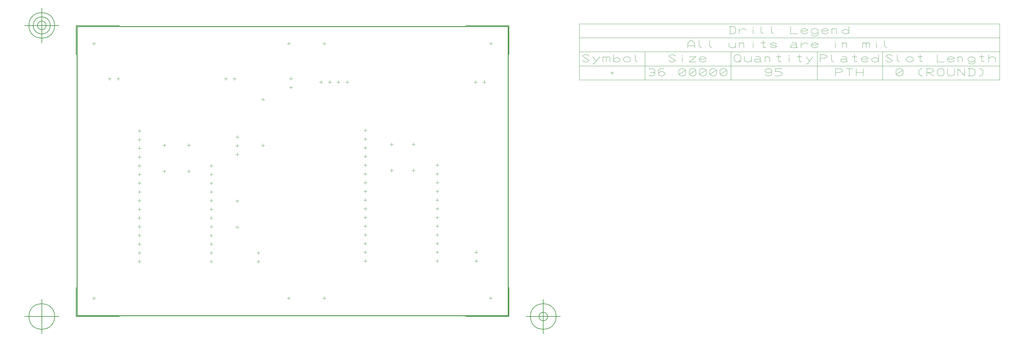
<source format=gbr>
G04 Generated by Ultiboard 13.0 *
%FSLAX25Y25*%
%MOIN*%

%ADD10C,0.00001*%
%ADD11C,0.00039*%
%ADD12C,0.00394*%
%ADD13C,0.01000*%
%ADD14C,0.00500*%


G04 ColorRGB 000000 for the following layer *
%LNDrill Symbols-Copper Top-Copper Bottom*%
%LPD*%
G54D11*
X239600Y62700D02*
X243200Y62700D01*
X241400Y60900D02*
X241400Y64500D01*
X280400Y62900D02*
X284000Y62900D01*
X282200Y61100D02*
X282200Y64700D01*
X16000Y62800D02*
X19600Y62800D01*
X17800Y61000D02*
X17800Y64600D01*
X471400Y62900D02*
X475000Y62900D01*
X473200Y61100D02*
X473200Y64700D01*
X16100Y355200D02*
X19700Y355200D01*
X17900Y353400D02*
X17900Y357000D01*
X239600Y355200D02*
X243200Y355200D01*
X241400Y353400D02*
X241400Y357000D01*
X280400Y355200D02*
X284000Y355200D01*
X282200Y353400D02*
X282200Y357000D01*
X471500Y355200D02*
X475100Y355200D01*
X473300Y353400D02*
X473300Y357000D01*
X150650Y214900D02*
X154250Y214900D01*
X152450Y213100D02*
X152450Y216700D01*
X69950Y103100D02*
X69950Y106700D01*
X68150Y104900D02*
X71750Y104900D01*
X150650Y104900D02*
X154250Y104900D01*
X152450Y103100D02*
X152450Y106700D01*
X68150Y114900D02*
X71750Y114900D01*
X69950Y113100D02*
X69950Y116700D01*
X150650Y114900D02*
X154250Y114900D01*
X152450Y113100D02*
X152450Y116700D01*
X69950Y123100D02*
X69950Y126700D01*
X68150Y124900D02*
X71750Y124900D01*
X150650Y124900D02*
X154250Y124900D01*
X152450Y123100D02*
X152450Y126700D01*
X68150Y134900D02*
X71750Y134900D01*
X69950Y133100D02*
X69950Y136700D01*
X150650Y134900D02*
X154250Y134900D01*
X152450Y133100D02*
X152450Y136700D01*
X68150Y144900D02*
X71750Y144900D01*
X69950Y143100D02*
X69950Y146700D01*
X150650Y144900D02*
X154250Y144900D01*
X152450Y143100D02*
X152450Y146700D01*
X68150Y154900D02*
X71750Y154900D01*
X69950Y153100D02*
X69950Y156700D01*
X152450Y153100D02*
X152450Y156700D01*
X150650Y154900D02*
X154250Y154900D01*
X69950Y163100D02*
X69950Y166700D01*
X68150Y164900D02*
X71750Y164900D01*
X152450Y163100D02*
X152450Y166700D01*
X150650Y164900D02*
X154250Y164900D01*
X69950Y173100D02*
X69950Y176700D01*
X68150Y174900D02*
X71750Y174900D01*
X152450Y173100D02*
X152450Y176700D01*
X150650Y174900D02*
X154250Y174900D01*
X69950Y183100D02*
X69950Y186700D01*
X68150Y184900D02*
X71750Y184900D01*
X150650Y184900D02*
X154250Y184900D01*
X152450Y183100D02*
X152450Y186700D01*
X69950Y193100D02*
X69950Y196700D01*
X68150Y194900D02*
X71750Y194900D01*
X152450Y193100D02*
X152450Y196700D01*
X150650Y194900D02*
X154250Y194900D01*
X68150Y204900D02*
X71750Y204900D01*
X69950Y203100D02*
X69950Y206700D01*
X152450Y203100D02*
X152450Y206700D01*
X150650Y204900D02*
X154250Y204900D01*
X69950Y213100D02*
X69950Y216700D01*
X68150Y214900D02*
X71750Y214900D01*
X68150Y224900D02*
X71750Y224900D01*
X69950Y223100D02*
X69950Y226700D01*
X68150Y234900D02*
X71750Y234900D01*
X69950Y233100D02*
X69950Y236700D01*
X68150Y244900D02*
X71750Y244900D01*
X69950Y243100D02*
X69950Y246700D01*
X68150Y254900D02*
X71750Y254900D01*
X69950Y253100D02*
X69950Y256700D01*
X96900Y238500D02*
X100500Y238500D01*
X98700Y236700D02*
X98700Y240300D01*
X96900Y208500D02*
X100500Y208500D01*
X98700Y206700D02*
X98700Y210300D01*
X125000Y238600D02*
X128600Y238600D01*
X126800Y236800D02*
X126800Y240400D01*
X125000Y208600D02*
X128600Y208600D01*
X126800Y206800D02*
X126800Y210400D01*
X327450Y105600D02*
X331050Y105600D01*
X329250Y103800D02*
X329250Y107400D01*
X409950Y105600D02*
X413550Y105600D01*
X411750Y103800D02*
X411750Y107400D01*
X327450Y115600D02*
X331050Y115600D01*
X329250Y113800D02*
X329250Y117400D01*
X409950Y115600D02*
X413550Y115600D01*
X411750Y113800D02*
X411750Y117400D01*
X329250Y123800D02*
X329250Y127400D01*
X327450Y125600D02*
X331050Y125600D01*
X409950Y125600D02*
X413550Y125600D01*
X411750Y123800D02*
X411750Y127400D01*
X329250Y133800D02*
X329250Y137400D01*
X327450Y135600D02*
X331050Y135600D01*
X411750Y133800D02*
X411750Y137400D01*
X409950Y135600D02*
X413550Y135600D01*
X329250Y143800D02*
X329250Y147400D01*
X327450Y145600D02*
X331050Y145600D01*
X411750Y143800D02*
X411750Y147400D01*
X409950Y145600D02*
X413550Y145600D01*
X329250Y153800D02*
X329250Y157400D01*
X327450Y155600D02*
X331050Y155600D01*
X411750Y153800D02*
X411750Y157400D01*
X409950Y155600D02*
X413550Y155600D01*
X327450Y165600D02*
X331050Y165600D01*
X329250Y163800D02*
X329250Y167400D01*
X409950Y165600D02*
X413550Y165600D01*
X411750Y163800D02*
X411750Y167400D01*
X329250Y173800D02*
X329250Y177400D01*
X327450Y175600D02*
X331050Y175600D01*
X409950Y175600D02*
X413550Y175600D01*
X411750Y173800D02*
X411750Y177400D01*
X329250Y183800D02*
X329250Y187400D01*
X327450Y185600D02*
X331050Y185600D01*
X411750Y183800D02*
X411750Y187400D01*
X409950Y185600D02*
X413550Y185600D01*
X329250Y193800D02*
X329250Y197400D01*
X327450Y195600D02*
X331050Y195600D01*
X409950Y195600D02*
X413550Y195600D01*
X411750Y193800D02*
X411750Y197400D01*
X329250Y203800D02*
X329250Y207400D01*
X327450Y205600D02*
X331050Y205600D01*
X411750Y203800D02*
X411750Y207400D01*
X409950Y205600D02*
X413550Y205600D01*
X327450Y215600D02*
X331050Y215600D01*
X329250Y213800D02*
X329250Y217400D01*
X409950Y215600D02*
X413550Y215600D01*
X411750Y213800D02*
X411750Y217400D01*
X329250Y223800D02*
X329250Y227400D01*
X327450Y225600D02*
X331050Y225600D01*
X329250Y233800D02*
X329250Y237400D01*
X327450Y235600D02*
X331050Y235600D01*
X327450Y245600D02*
X331050Y245600D01*
X329250Y243800D02*
X329250Y247400D01*
X327450Y255600D02*
X331050Y255600D01*
X329250Y253800D02*
X329250Y257400D01*
X359600Y237600D02*
X359600Y241200D01*
X357800Y239400D02*
X361400Y239400D01*
X357800Y209400D02*
X361400Y209400D01*
X359600Y207600D02*
X359600Y211200D01*
X384600Y237800D02*
X384600Y241400D01*
X382800Y239600D02*
X386400Y239600D01*
X382800Y209600D02*
X386400Y209600D01*
X384600Y207800D02*
X384600Y211400D01*
X206500Y103100D02*
X206500Y106700D01*
X204700Y104900D02*
X208300Y104900D01*
X204700Y114900D02*
X208300Y114900D01*
X206500Y113100D02*
X206500Y116700D01*
X454700Y115600D02*
X458300Y115600D01*
X456500Y113800D02*
X456500Y117400D01*
X456500Y103800D02*
X456500Y107400D01*
X454700Y105600D02*
X458300Y105600D01*
X180400Y144400D02*
X184000Y144400D01*
X182200Y142600D02*
X182200Y146200D01*
X180400Y174400D02*
X184000Y174400D01*
X182200Y172600D02*
X182200Y176200D01*
X182400Y226200D02*
X182400Y229800D01*
X180600Y228000D02*
X184200Y228000D01*
X182400Y236200D02*
X182400Y239800D01*
X180600Y238000D02*
X184200Y238000D01*
X180600Y248000D02*
X184200Y248000D01*
X182400Y246200D02*
X182400Y249800D01*
X210100Y238244D02*
X213700Y238244D01*
X211900Y236444D02*
X211900Y240044D01*
X211900Y289200D02*
X211900Y292800D01*
X210100Y291000D02*
X213700Y291000D01*
X286573Y311000D02*
X290173Y311000D01*
X288373Y309200D02*
X288373Y312800D01*
X298373Y309200D02*
X298373Y312800D01*
X296573Y311000D02*
X300173Y311000D01*
X306573Y311000D02*
X310173Y311000D01*
X308373Y309200D02*
X308373Y312800D01*
X276573Y311000D02*
X280173Y311000D01*
X278373Y309200D02*
X278373Y312800D01*
X465700Y309100D02*
X465700Y312700D01*
X463900Y310900D02*
X467500Y310900D01*
X453900Y310900D02*
X457500Y310900D01*
X455700Y309100D02*
X455700Y312700D01*
X35800Y313000D02*
X35800Y316600D01*
X34000Y314800D02*
X37600Y314800D01*
X45800Y313000D02*
X45800Y316600D01*
X44000Y314800D02*
X47600Y314800D01*
X169200Y313000D02*
X169200Y316600D01*
X167400Y314800D02*
X171000Y314800D01*
X179200Y313000D02*
X179200Y316600D01*
X177400Y314800D02*
X181000Y314800D01*
X242100Y305000D02*
X245700Y305000D01*
X243900Y303200D02*
X243900Y306800D01*
X243900Y313200D02*
X243900Y316800D01*
X242100Y315000D02*
X245700Y315000D01*
X610607Y321472D02*
X614207Y321472D01*
X612407Y319672D02*
X612407Y323272D01*
G54D12*
X787735Y319785D02*
X790360Y318098D01*
X792985Y318098D01*
X795609Y319785D01*
X795609Y323160D01*
X795609Y324847D01*
X792985Y326534D01*
X790360Y326534D01*
X787735Y324847D01*
X787735Y323160D01*
X790360Y321472D01*
X792985Y321472D01*
X795609Y323160D01*
X807420Y326534D02*
X799546Y326534D01*
X799546Y323160D01*
X804796Y323160D01*
X807420Y321472D01*
X807420Y319785D01*
X804796Y318098D01*
X799546Y318098D01*
X868838Y318098D02*
X868838Y326534D01*
X874087Y326534D01*
X876712Y324847D01*
X876712Y324003D01*
X874087Y322316D01*
X868838Y322316D01*
X884586Y318098D02*
X884586Y326534D01*
X880649Y326534D02*
X888523Y326534D01*
X892460Y318098D02*
X892460Y326534D01*
X900334Y318098D02*
X900334Y326534D01*
X892460Y322316D02*
X900334Y322316D01*
X938129Y324847D02*
X940754Y326534D01*
X943378Y326534D01*
X946003Y324847D01*
X946003Y319785D01*
X943378Y318098D01*
X940754Y318098D01*
X938129Y319785D01*
X938129Y324847D01*
X946003Y324847D02*
X938129Y319785D01*
X968313Y318098D02*
X967000Y318098D01*
X964376Y319785D01*
X964376Y324847D01*
X967000Y326534D01*
X968313Y326534D01*
X973562Y318098D02*
X973562Y326534D01*
X978811Y326534D01*
X981436Y324847D01*
X981436Y324003D01*
X978811Y322316D01*
X973562Y322316D01*
X974874Y322316D02*
X981436Y318098D01*
X985373Y319785D02*
X987998Y318098D01*
X990622Y318098D01*
X993247Y319785D01*
X993247Y324847D01*
X990622Y326534D01*
X987998Y326534D01*
X985373Y324847D01*
X985373Y319785D01*
X997184Y326534D02*
X997184Y319785D01*
X999809Y318098D01*
X1002433Y318098D01*
X1005058Y319785D01*
X1005058Y326534D01*
X1008995Y318098D02*
X1008995Y326534D01*
X1016869Y318098D01*
X1016869Y326534D01*
X1020806Y318098D02*
X1026055Y318098D01*
X1028680Y319785D01*
X1028680Y324847D01*
X1026055Y326534D01*
X1020806Y326534D01*
X1022118Y326534D02*
X1022118Y318098D01*
X1033929Y326534D02*
X1035242Y326534D01*
X1037866Y324847D01*
X1037866Y319785D01*
X1035242Y318098D01*
X1033929Y318098D01*
X654796Y325691D02*
X656108Y326534D01*
X658733Y326534D01*
X661357Y324847D01*
X661357Y323160D01*
X660045Y322316D01*
X661357Y321472D01*
X661357Y319785D01*
X658733Y318098D01*
X656108Y318098D01*
X654796Y318942D01*
X656108Y322316D02*
X660045Y322316D01*
X671856Y326534D02*
X667919Y326534D01*
X665294Y324847D01*
X665294Y321472D01*
X665294Y319785D01*
X667919Y318098D01*
X670544Y318098D01*
X673168Y319785D01*
X673168Y321472D01*
X670544Y323160D01*
X667919Y323160D01*
X665294Y321472D01*
X681042Y318098D02*
X681042Y318942D01*
X688916Y324847D02*
X691541Y326534D01*
X694166Y326534D01*
X696790Y324847D01*
X696790Y319785D01*
X694166Y318098D01*
X691541Y318098D01*
X688916Y319785D01*
X688916Y324847D01*
X696790Y324847D02*
X688916Y319785D01*
X700727Y324847D02*
X703352Y326534D01*
X705977Y326534D01*
X708601Y324847D01*
X708601Y319785D01*
X705977Y318098D01*
X703352Y318098D01*
X700727Y319785D01*
X700727Y324847D01*
X708601Y324847D02*
X700727Y319785D01*
X712538Y324847D02*
X715163Y326534D01*
X717788Y326534D01*
X720412Y324847D01*
X720412Y319785D01*
X717788Y318098D01*
X715163Y318098D01*
X712538Y319785D01*
X712538Y324847D01*
X720412Y324847D02*
X712538Y319785D01*
X724349Y324847D02*
X726974Y326534D01*
X729599Y326534D01*
X732223Y324847D01*
X732223Y319785D01*
X729599Y318098D01*
X726974Y318098D01*
X724349Y319785D01*
X724349Y324847D01*
X732223Y324847D02*
X724349Y319785D01*
X736160Y324847D02*
X738785Y326534D01*
X741410Y326534D01*
X744034Y324847D01*
X744034Y319785D01*
X741410Y318098D01*
X738785Y318098D01*
X736160Y319785D01*
X736160Y324847D01*
X744034Y324847D02*
X736160Y319785D01*
G04 ColorRGB 00FFFF for the following layer *
%LNBoard Outline*%
%LPD*%
G54D10*
G54D13*
X-1500Y42800D02*
X493100Y42800D01*
X493100Y375000D01*
X-1500Y375000D01*
X-1500Y42800D01*
G54D14*
X-2600Y41800D02*
X-2600Y75220D01*
X-2600Y41800D02*
X47070Y41800D01*
X494100Y41800D02*
X444430Y41800D01*
X494100Y41800D02*
X494100Y75220D01*
X494100Y376000D02*
X494100Y342580D01*
X494100Y376000D02*
X444430Y376000D01*
X-2600Y376000D02*
X47070Y376000D01*
X-2600Y376000D02*
X-2600Y342580D01*
X-22285Y41800D02*
X-61655Y41800D01*
X-41970Y22115D02*
X-41970Y61485D01*
X-56734Y41800D02*
G75*
D01*
G02X-56734Y41800I14764J0*
G01*
X513785Y41800D02*
X553155Y41800D01*
X533470Y22115D02*
X533470Y61485D01*
X518706Y41800D02*
G75*
D01*
G02X518706Y41800I14764J0*
G01*
X528549Y41800D02*
G75*
D01*
G02X528549Y41800I4921J0*
G01*
X-22285Y376000D02*
X-61655Y376000D01*
X-41970Y356315D02*
X-41970Y395685D01*
X-56734Y376000D02*
G75*
D01*
G02X-56734Y376000I14764J0*
G01*
X-51813Y376000D02*
G75*
D01*
G02X-51813Y376000I9843J0*
G01*
X-46891Y376000D02*
G75*
D01*
G02X-46891Y376000I4921J0*
G01*
G04 ColorRGB 66FFCC for the following layer *
%LNLegend Description*%
%LPD*%
G54D12*
X574809Y313402D02*
X1057092Y313402D01*
X1057092Y377969D01*
X574809Y377969D01*
X574809Y313402D01*
X650006Y345685D02*
X650006Y313402D01*
X748824Y345685D02*
X748824Y313402D01*
X847643Y345685D02*
X847643Y313402D01*
X922840Y345685D02*
X922840Y313402D01*
X1057092Y345685D02*
X1057092Y313402D01*
X574809Y329543D02*
X1057092Y329543D01*
X578286Y335927D02*
X580911Y334240D01*
X583536Y334240D01*
X586160Y335927D01*
X578286Y340989D01*
X580911Y342676D01*
X583536Y342676D01*
X586160Y340989D01*
X590097Y331709D02*
X591410Y331709D01*
X597971Y340145D01*
X590097Y340145D02*
X594034Y335083D01*
X601908Y334240D02*
X601908Y339301D01*
X601908Y340145D01*
X601908Y339301D02*
X603221Y340145D01*
X604533Y340145D01*
X605845Y339301D01*
X607158Y340145D01*
X608470Y340145D01*
X609782Y339301D01*
X609782Y334240D01*
X605845Y339301D02*
X605845Y334240D01*
X613719Y335927D02*
X616344Y334240D01*
X618969Y334240D01*
X621593Y335927D01*
X621593Y337614D01*
X618969Y339301D01*
X616344Y339301D01*
X613719Y337614D01*
X613719Y342676D02*
X613719Y334240D01*
X625530Y335927D02*
X628155Y334240D01*
X630780Y334240D01*
X633404Y335927D01*
X633404Y338458D01*
X630780Y340145D01*
X628155Y340145D01*
X625530Y338458D01*
X625530Y335927D01*
X638654Y342676D02*
X638654Y335927D01*
X641278Y334240D01*
X677105Y335927D02*
X679730Y334240D01*
X682355Y334240D01*
X684979Y335927D01*
X677105Y340989D01*
X679730Y342676D01*
X682355Y342676D01*
X684979Y340989D01*
X692853Y334240D02*
X692853Y339301D01*
X692853Y340989D02*
X692853Y341832D01*
X700727Y340145D02*
X708601Y340145D01*
X700727Y334240D01*
X708601Y334240D01*
X720412Y335927D02*
X717788Y334240D01*
X715163Y334240D01*
X712538Y335927D01*
X712538Y338458D01*
X715163Y340145D01*
X717788Y340145D01*
X720412Y338458D01*
X719100Y337614D01*
X712538Y337614D01*
X752302Y335927D02*
X754927Y334240D01*
X757551Y334240D01*
X760176Y335927D01*
X760176Y340989D01*
X757551Y342676D01*
X754927Y342676D01*
X752302Y340989D01*
X752302Y335927D01*
X757551Y335927D02*
X760176Y334240D01*
X764113Y340145D02*
X764113Y335927D01*
X766738Y334240D01*
X769362Y334240D01*
X771987Y335927D01*
X771987Y340145D01*
X771987Y335927D02*
X771987Y334240D01*
X777236Y340145D02*
X781173Y340145D01*
X782486Y339301D01*
X782486Y335083D01*
X781173Y334240D01*
X777236Y334240D01*
X775924Y335083D01*
X775924Y336771D01*
X777236Y337614D01*
X782486Y337614D01*
X782486Y335083D02*
X783798Y334240D01*
X787735Y334240D02*
X787735Y339301D01*
X787735Y340145D01*
X787735Y339301D02*
X789048Y340145D01*
X791672Y340145D01*
X792985Y339301D01*
X792985Y334240D01*
X806108Y335083D02*
X804796Y334240D01*
X803483Y335083D01*
X803483Y342676D01*
X800859Y340145D02*
X806108Y340145D01*
X815294Y334240D02*
X815294Y339301D01*
X815294Y340989D02*
X815294Y341832D01*
X829730Y335083D02*
X828418Y334240D01*
X827105Y335083D01*
X827105Y342676D01*
X824481Y340145D02*
X829730Y340145D01*
X834979Y331709D02*
X836292Y331709D01*
X842853Y340145D01*
X834979Y340145D02*
X838916Y335083D01*
X851121Y334240D02*
X851121Y342676D01*
X856370Y342676D01*
X858995Y340989D01*
X858995Y340145D01*
X856370Y338458D01*
X851121Y338458D01*
X864244Y342676D02*
X864244Y335927D01*
X866869Y334240D01*
X876055Y340145D02*
X879992Y340145D01*
X881305Y339301D01*
X881305Y335083D01*
X879992Y334240D01*
X876055Y334240D01*
X874743Y335083D01*
X874743Y336771D01*
X876055Y337614D01*
X881305Y337614D01*
X881305Y335083D02*
X882617Y334240D01*
X893116Y335083D02*
X891803Y334240D01*
X890491Y335083D01*
X890491Y342676D01*
X887866Y340145D02*
X893116Y340145D01*
X906239Y335927D02*
X903614Y334240D01*
X900990Y334240D01*
X898365Y335927D01*
X898365Y338458D01*
X900990Y340145D01*
X903614Y340145D01*
X906239Y338458D01*
X904927Y337614D01*
X898365Y337614D01*
X918050Y335927D02*
X915425Y334240D01*
X912801Y334240D01*
X910176Y335927D01*
X910176Y337614D01*
X912801Y339301D01*
X915425Y339301D01*
X918050Y337614D01*
X918050Y342676D02*
X918050Y334240D01*
X926318Y335927D02*
X928943Y334240D01*
X931567Y334240D01*
X934192Y335927D01*
X926318Y340989D01*
X928943Y342676D01*
X931567Y342676D01*
X934192Y340989D01*
X939441Y342676D02*
X939441Y335927D01*
X942066Y334240D01*
X949940Y335927D02*
X952565Y334240D01*
X955189Y334240D01*
X957814Y335927D01*
X957814Y338458D01*
X955189Y340145D01*
X952565Y340145D01*
X949940Y338458D01*
X949940Y335927D01*
X968313Y335083D02*
X967000Y334240D01*
X965688Y335083D01*
X965688Y342676D01*
X963063Y340145D02*
X968313Y340145D01*
X985373Y342676D02*
X985373Y334240D01*
X993247Y334240D01*
X1005058Y335927D02*
X1002433Y334240D01*
X999809Y334240D01*
X997184Y335927D01*
X997184Y338458D01*
X999809Y340145D01*
X1002433Y340145D01*
X1005058Y338458D01*
X1003746Y337614D01*
X997184Y337614D01*
X1008995Y334240D02*
X1008995Y339301D01*
X1008995Y340145D01*
X1008995Y339301D02*
X1010307Y340145D01*
X1012932Y340145D01*
X1014244Y339301D01*
X1014244Y334240D01*
X1020806Y333396D02*
X1023431Y331709D01*
X1026055Y331709D01*
X1028680Y333396D01*
X1028680Y335927D01*
X1028680Y338458D01*
X1026055Y340145D01*
X1023431Y340145D01*
X1020806Y338458D01*
X1020806Y335927D01*
X1023431Y334240D01*
X1026055Y334240D01*
X1028680Y335927D01*
X1039179Y335083D02*
X1037866Y334240D01*
X1036554Y335083D01*
X1036554Y342676D01*
X1033929Y340145D02*
X1039179Y340145D01*
X1044428Y338458D02*
X1047053Y340145D01*
X1049677Y340145D01*
X1052302Y338458D01*
X1052302Y334240D01*
X1044428Y342676D02*
X1044428Y334240D01*
X574809Y345685D02*
X1057092Y345685D01*
X699152Y350381D02*
X699152Y355443D01*
X701777Y358818D01*
X704402Y358818D01*
X707027Y355443D01*
X707027Y350381D01*
X699152Y352912D02*
X707027Y352912D01*
X712276Y358818D02*
X712276Y352069D01*
X714901Y350381D01*
X724087Y358818D02*
X724087Y352069D01*
X726712Y350381D01*
X746397Y356287D02*
X746397Y352069D01*
X749021Y350381D01*
X751646Y350381D01*
X754271Y352069D01*
X754271Y356287D01*
X754271Y352069D02*
X754271Y350381D01*
X758208Y350381D02*
X758208Y355443D01*
X758208Y356287D01*
X758208Y355443D02*
X759520Y356287D01*
X762145Y356287D01*
X763457Y355443D01*
X763457Y350381D01*
X773956Y350381D02*
X773956Y355443D01*
X773956Y357130D02*
X773956Y357974D01*
X788391Y351225D02*
X787079Y350381D01*
X785767Y351225D01*
X785767Y358818D01*
X783142Y356287D02*
X788391Y356287D01*
X793641Y352069D02*
X796265Y350381D01*
X798890Y350381D01*
X801515Y352069D01*
X793641Y354600D01*
X796265Y356287D01*
X798890Y356287D01*
X801515Y354600D01*
X818575Y356287D02*
X822512Y356287D01*
X823824Y355443D01*
X823824Y351225D01*
X822512Y350381D01*
X818575Y350381D01*
X817263Y351225D01*
X817263Y352912D01*
X818575Y353756D01*
X823824Y353756D01*
X823824Y351225D02*
X825137Y350381D01*
X829074Y353756D02*
X833011Y356287D01*
X834323Y356287D01*
X836948Y354600D01*
X829074Y350381D02*
X829074Y356287D01*
X848759Y352069D02*
X846134Y350381D01*
X843509Y350381D01*
X840885Y352069D01*
X840885Y354600D01*
X843509Y356287D01*
X846134Y356287D01*
X848759Y354600D01*
X847446Y353756D01*
X840885Y353756D01*
X868444Y350381D02*
X868444Y355443D01*
X868444Y357130D02*
X868444Y357974D01*
X876318Y350381D02*
X876318Y355443D01*
X876318Y356287D01*
X876318Y355443D02*
X877630Y356287D01*
X880255Y356287D01*
X881567Y355443D01*
X881567Y350381D01*
X899940Y350381D02*
X899940Y355443D01*
X899940Y356287D01*
X899940Y355443D02*
X901252Y356287D01*
X902565Y356287D01*
X903877Y355443D01*
X905189Y356287D01*
X906502Y356287D01*
X907814Y355443D01*
X907814Y350381D01*
X903877Y355443D02*
X903877Y350381D01*
X915688Y350381D02*
X915688Y355443D01*
X915688Y357130D02*
X915688Y357974D01*
X924874Y358818D02*
X924874Y352069D01*
X927499Y350381D01*
X574809Y361827D02*
X1057092Y361827D01*
X746397Y366523D02*
X751646Y366523D01*
X754271Y368210D01*
X754271Y373272D01*
X751646Y374960D01*
X746397Y374960D01*
X747709Y374960D02*
X747709Y366523D01*
X758208Y369898D02*
X762145Y372429D01*
X763457Y372429D01*
X766082Y370741D01*
X758208Y366523D02*
X758208Y372429D01*
X773956Y366523D02*
X773956Y371585D01*
X773956Y373272D02*
X773956Y374116D01*
X783142Y374960D02*
X783142Y368210D01*
X785767Y366523D01*
X794953Y374960D02*
X794953Y368210D01*
X797578Y366523D01*
X817263Y374960D02*
X817263Y366523D01*
X825137Y366523D01*
X836948Y368210D02*
X834323Y366523D01*
X831698Y366523D01*
X829074Y368210D01*
X829074Y370741D01*
X831698Y372429D01*
X834323Y372429D01*
X836948Y370741D01*
X835635Y369898D01*
X829074Y369898D01*
X840885Y365679D02*
X843509Y363992D01*
X846134Y363992D01*
X848759Y365679D01*
X848759Y368210D01*
X848759Y370741D01*
X846134Y372429D01*
X843509Y372429D01*
X840885Y370741D01*
X840885Y368210D01*
X843509Y366523D01*
X846134Y366523D01*
X848759Y368210D01*
X860570Y368210D02*
X857945Y366523D01*
X855320Y366523D01*
X852696Y368210D01*
X852696Y370741D01*
X855320Y372429D01*
X857945Y372429D01*
X860570Y370741D01*
X859257Y369898D01*
X852696Y369898D01*
X864507Y366523D02*
X864507Y371585D01*
X864507Y372429D01*
X864507Y371585D02*
X865819Y372429D01*
X868444Y372429D01*
X869756Y371585D01*
X869756Y366523D01*
X884192Y368210D02*
X881567Y366523D01*
X878943Y366523D01*
X876318Y368210D01*
X876318Y369898D01*
X878943Y371585D01*
X881567Y371585D01*
X884192Y369898D01*
X884192Y374960D02*
X884192Y366523D01*

M02*

</source>
